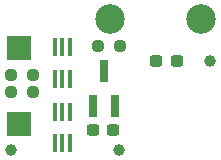
<source format=gts>
%TF.GenerationSoftware,KiCad,Pcbnew,(6.0.10)*%
%TF.CreationDate,2023-08-09T22:59:08-05:00*%
%TF.ProjectId,MVS Pause Button,4d565320-5061-4757-9365-20427574746f,rev?*%
%TF.SameCoordinates,Original*%
%TF.FileFunction,Soldermask,Top*%
%TF.FilePolarity,Negative*%
%FSLAX46Y46*%
G04 Gerber Fmt 4.6, Leading zero omitted, Abs format (unit mm)*
G04 Created by KiCad (PCBNEW (6.0.10)) date 2023-08-09 22:59:08*
%MOMM*%
%LPD*%
G01*
G04 APERTURE LIST*
G04 Aperture macros list*
%AMRoundRect*
0 Rectangle with rounded corners*
0 $1 Rounding radius*
0 $2 $3 $4 $5 $6 $7 $8 $9 X,Y pos of 4 corners*
0 Add a 4 corners polygon primitive as box body*
4,1,4,$2,$3,$4,$5,$6,$7,$8,$9,$2,$3,0*
0 Add four circle primitives for the rounded corners*
1,1,$1+$1,$2,$3*
1,1,$1+$1,$4,$5*
1,1,$1+$1,$6,$7*
1,1,$1+$1,$8,$9*
0 Add four rect primitives between the rounded corners*
20,1,$1+$1,$2,$3,$4,$5,0*
20,1,$1+$1,$4,$5,$6,$7,0*
20,1,$1+$1,$6,$7,$8,$9,0*
20,1,$1+$1,$8,$9,$2,$3,0*%
G04 Aperture macros list end*
%ADD10R,0.400000X1.500000*%
%ADD11RoundRect,0.237500X0.250000X0.237500X-0.250000X0.237500X-0.250000X-0.237500X0.250000X-0.237500X0*%
%ADD12R,2.000000X2.000000*%
%ADD13C,2.500000*%
%ADD14RoundRect,0.237500X0.300000X0.237500X-0.300000X0.237500X-0.300000X-0.237500X0.300000X-0.237500X0*%
%ADD15RoundRect,0.237500X-0.250000X-0.237500X0.250000X-0.237500X0.250000X0.237500X-0.250000X0.237500X0*%
%ADD16R,0.800000X1.900000*%
%ADD17C,1.000000*%
G04 APERTURE END LIST*
D10*
%TO.C,INV1*%
X110975000Y-44770000D03*
X110325000Y-44770000D03*
X109675000Y-44770000D03*
X109675000Y-47430000D03*
X110325000Y-47430000D03*
X110975000Y-47430000D03*
%TD*%
D11*
%TO.C,R3*%
X113387500Y-44700000D03*
X115212500Y-44700000D03*
%TD*%
D12*
%TO.C,J1*%
X106700000Y-44800000D03*
%TD*%
D11*
%TO.C,R2*%
X107812500Y-48600000D03*
X105987500Y-48600000D03*
%TD*%
D13*
%TO.C,J2*%
X122050000Y-42350000D03*
%TD*%
D10*
%TO.C,FLP1*%
X110975000Y-50220000D03*
X110325000Y-50220000D03*
X109675000Y-50220000D03*
X109675000Y-52880000D03*
X110325000Y-52880000D03*
X110975000Y-52880000D03*
%TD*%
D14*
%TO.C,C1*%
X120012500Y-45950000D03*
X118287500Y-45950000D03*
%TD*%
D15*
%TO.C,R1*%
X107812500Y-47100000D03*
X105987500Y-47100000D03*
%TD*%
D16*
%TO.C,POR1*%
X112900000Y-49750000D03*
X114800000Y-49750000D03*
X113850000Y-46750000D03*
%TD*%
D12*
%TO.C,J3*%
X106700000Y-51300000D03*
%TD*%
D13*
%TO.C,J4*%
X114400000Y-42350000D03*
%TD*%
D14*
%TO.C,C2*%
X114612500Y-51750000D03*
X112887500Y-51750000D03*
%TD*%
D17*
%TO.C,REF\u002A\u002A*%
X106000000Y-53500000D03*
%TD*%
%TO.C,REF\u002A\u002A*%
X115100000Y-53500000D03*
%TD*%
%TO.C,REF\u002A\u002A*%
X122800000Y-45950000D03*
%TD*%
M02*

</source>
